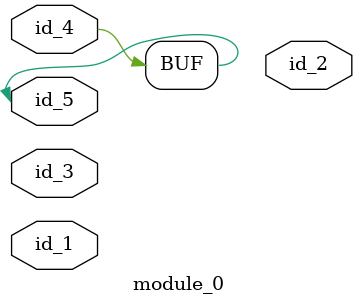
<source format=v>
module module_0 (
    id_1,
    id_2,
    id_3,
    id_4,
    id_5
);
  input id_5;
  input id_4;
  input id_3;
  output id_2;
  input id_1;
  assign id_5 = id_4;
endmodule

</source>
